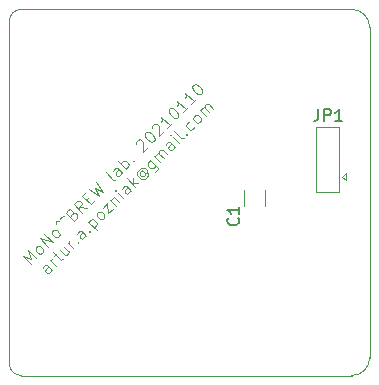
<source format=gbr>
G04 #@! TF.GenerationSoftware,KiCad,Pcbnew,5.1.9*
G04 #@! TF.CreationDate,2021-01-10T02:38:05+01:00*
G04 #@! TF.ProjectId,pressureSensorHolder,70726573-7375-4726-9553-656e736f7248,rev?*
G04 #@! TF.SameCoordinates,PX4dab598PY46b8d58*
G04 #@! TF.FileFunction,Legend,Top*
G04 #@! TF.FilePolarity,Positive*
%FSLAX46Y46*%
G04 Gerber Fmt 4.6, Leading zero omitted, Abs format (unit mm)*
G04 Created by KiCad (PCBNEW 5.1.9) date 2021-01-10 02:38:05*
%MOMM*%
%LPD*%
G01*
G04 APERTURE LIST*
%ADD10C,0.100000*%
G04 #@! TA.AperFunction,Profile*
%ADD11C,0.050000*%
G04 #@! TD*
%ADD12C,0.120000*%
%ADD13C,0.150000*%
G04 APERTURE END LIST*
D10*
X48329426Y-15550966D02*
X47622319Y-14843859D01*
X48363098Y-15113233D01*
X48093724Y-14372455D01*
X48800831Y-15079562D01*
X49238563Y-14641829D02*
X49137548Y-14675501D01*
X49070205Y-14675501D01*
X48969189Y-14641829D01*
X48767159Y-14439798D01*
X48733487Y-14338783D01*
X48733487Y-14271440D01*
X48767159Y-14170424D01*
X48868174Y-14069409D01*
X48969189Y-14035737D01*
X49036533Y-14035737D01*
X49137548Y-14069409D01*
X49339579Y-14271440D01*
X49373250Y-14372455D01*
X49373250Y-14439798D01*
X49339579Y-14540814D01*
X49238563Y-14641829D01*
X49777311Y-14103081D02*
X49070205Y-13395974D01*
X50181372Y-13699020D01*
X49474266Y-12991913D01*
X50619105Y-13261287D02*
X50518090Y-13294959D01*
X50450746Y-13294959D01*
X50349731Y-13261287D01*
X50147701Y-13059257D01*
X50114029Y-12958241D01*
X50114029Y-12890898D01*
X50147701Y-12789883D01*
X50248716Y-12688867D01*
X50349731Y-12655196D01*
X50417075Y-12655196D01*
X50518090Y-12688867D01*
X50720120Y-12890898D01*
X50753792Y-12991913D01*
X50753792Y-13059257D01*
X50720120Y-13160272D01*
X50619105Y-13261287D01*
X50417075Y-12183791D02*
X50450746Y-11948089D01*
X50686449Y-11914417D01*
X50821136Y-11779730D02*
X50854807Y-11544028D01*
X51090510Y-11510356D01*
X51831288Y-11308326D02*
X51965975Y-11240982D01*
X52033319Y-11240982D01*
X52134334Y-11274654D01*
X52235349Y-11375669D01*
X52269021Y-11476684D01*
X52269021Y-11544028D01*
X52235349Y-11645043D01*
X51965975Y-11914417D01*
X51258868Y-11207310D01*
X51494571Y-10971608D01*
X51595586Y-10937936D01*
X51662929Y-10937936D01*
X51763945Y-10971608D01*
X51831288Y-11038952D01*
X51864960Y-11139967D01*
X51864960Y-11207310D01*
X51831288Y-11308326D01*
X51595586Y-11544028D01*
X53077143Y-10803249D02*
X52504723Y-10702234D01*
X52673082Y-11207310D02*
X51965975Y-10500203D01*
X52235349Y-10230829D01*
X52336364Y-10197158D01*
X52403708Y-10197158D01*
X52504723Y-10230829D01*
X52605739Y-10331845D01*
X52639410Y-10432860D01*
X52639410Y-10500203D01*
X52605739Y-10601219D01*
X52336364Y-10870593D01*
X53009800Y-10129814D02*
X53245502Y-9894112D01*
X53716906Y-10163486D02*
X53380189Y-10500203D01*
X52673082Y-9793097D01*
X53009800Y-9456379D01*
X53245502Y-9220677D02*
X54120967Y-9759425D01*
X53750578Y-9119662D01*
X54390341Y-9490051D01*
X53851593Y-8614585D01*
X55467837Y-8412555D02*
X55366822Y-8446227D01*
X55265807Y-8412555D01*
X54659715Y-7806463D01*
X56040257Y-7840135D02*
X55669868Y-7469746D01*
X55568853Y-7436074D01*
X55467837Y-7469746D01*
X55333150Y-7604433D01*
X55299479Y-7705448D01*
X56006585Y-7806463D02*
X55972914Y-7907479D01*
X55804555Y-8075837D01*
X55703540Y-8109509D01*
X55602524Y-8075837D01*
X55535181Y-8008494D01*
X55501509Y-7907479D01*
X55535181Y-7806463D01*
X55703540Y-7638105D01*
X55737211Y-7537089D01*
X56376975Y-7503418D02*
X55669868Y-6796311D01*
X55939242Y-7065685D02*
X55972914Y-6964670D01*
X56107601Y-6829983D01*
X56208616Y-6796311D01*
X56275959Y-6796311D01*
X56376975Y-6829983D01*
X56579005Y-7032013D01*
X56612677Y-7133028D01*
X56612677Y-7200372D01*
X56579005Y-7301387D01*
X56444318Y-7436074D01*
X56343303Y-7469746D01*
X56949394Y-6796311D02*
X57016738Y-6796311D01*
X57016738Y-6863654D01*
X56949394Y-6863654D01*
X56949394Y-6796311D01*
X57016738Y-6863654D01*
X57218768Y-5382097D02*
X57218768Y-5314754D01*
X57252440Y-5213739D01*
X57420799Y-5045380D01*
X57521814Y-5011708D01*
X57589158Y-5011708D01*
X57690173Y-5045380D01*
X57757516Y-5112723D01*
X57824860Y-5247410D01*
X57824860Y-6055532D01*
X58262593Y-5617800D01*
X57993219Y-4472960D02*
X58060562Y-4405616D01*
X58161578Y-4371945D01*
X58228921Y-4371945D01*
X58329936Y-4405616D01*
X58498295Y-4506632D01*
X58666654Y-4674990D01*
X58767669Y-4843349D01*
X58801341Y-4944364D01*
X58801341Y-5011708D01*
X58767669Y-5112723D01*
X58700326Y-5180067D01*
X58599310Y-5213739D01*
X58531967Y-5213739D01*
X58430952Y-5180067D01*
X58262593Y-5079051D01*
X58094234Y-4910693D01*
X57993219Y-4742334D01*
X57959547Y-4641319D01*
X57959547Y-4573975D01*
X57993219Y-4472960D01*
X58565639Y-4035227D02*
X58565639Y-3967884D01*
X58599310Y-3866868D01*
X58767669Y-3698510D01*
X58868684Y-3664838D01*
X58936028Y-3664838D01*
X59037043Y-3698510D01*
X59104387Y-3765853D01*
X59171730Y-3900540D01*
X59171730Y-4708662D01*
X59609463Y-4270929D01*
X60282898Y-3597494D02*
X59878837Y-4001555D01*
X60080867Y-3799525D02*
X59373761Y-3092418D01*
X59407432Y-3260777D01*
X59407432Y-3395464D01*
X59373761Y-3496479D01*
X60013524Y-2452655D02*
X60080867Y-2385311D01*
X60181883Y-2351640D01*
X60249226Y-2351640D01*
X60350241Y-2385311D01*
X60518600Y-2486327D01*
X60686959Y-2654685D01*
X60787974Y-2823044D01*
X60821646Y-2924059D01*
X60821646Y-2991403D01*
X60787974Y-3092418D01*
X60720631Y-3159762D01*
X60619615Y-3193433D01*
X60552272Y-3193433D01*
X60451257Y-3159762D01*
X60282898Y-3058746D01*
X60114539Y-2890388D01*
X60013524Y-2722029D01*
X59979852Y-2621014D01*
X59979852Y-2553670D01*
X60013524Y-2452655D01*
X61629768Y-2250624D02*
X61225707Y-2654685D01*
X61427737Y-2452655D02*
X60720631Y-1745548D01*
X60754302Y-1913907D01*
X60754302Y-2048594D01*
X60720631Y-2149609D01*
X62303203Y-1577189D02*
X61899142Y-1981250D01*
X62101172Y-1779220D02*
X61394066Y-1072113D01*
X61427737Y-1240472D01*
X61427737Y-1375159D01*
X61394066Y-1476174D01*
X62033829Y-432350D02*
X62101172Y-365006D01*
X62202188Y-331335D01*
X62269531Y-331335D01*
X62370546Y-365006D01*
X62538905Y-466022D01*
X62707264Y-634380D01*
X62808279Y-802739D01*
X62841951Y-903754D01*
X62841951Y-971098D01*
X62808279Y-1072113D01*
X62740936Y-1139457D01*
X62639920Y-1173128D01*
X62572577Y-1173128D01*
X62471562Y-1139457D01*
X62303203Y-1038441D01*
X62134844Y-870083D01*
X62033829Y-701724D01*
X62000157Y-600709D01*
X62000157Y-533365D01*
X62033829Y-432350D01*
X50100560Y-16042574D02*
X49730171Y-15672185D01*
X49629156Y-15638513D01*
X49528141Y-15672185D01*
X49393454Y-15806872D01*
X49359782Y-15907887D01*
X50066889Y-16008902D02*
X50033217Y-16109917D01*
X49864858Y-16278276D01*
X49763843Y-16311948D01*
X49662828Y-16278276D01*
X49595484Y-16210933D01*
X49561812Y-16109917D01*
X49595484Y-16008902D01*
X49763843Y-15840543D01*
X49797515Y-15739528D01*
X50437278Y-15705856D02*
X49965873Y-15234452D01*
X50100560Y-15369139D02*
X50066889Y-15268124D01*
X50066889Y-15200780D01*
X50100560Y-15099765D01*
X50167904Y-15032421D01*
X50302591Y-14897734D02*
X50571965Y-14628360D01*
X50167904Y-14561017D02*
X50773995Y-15167108D01*
X50875011Y-15200780D01*
X50976026Y-15167108D01*
X51043369Y-15099765D01*
X51110713Y-14089612D02*
X51582117Y-14561017D01*
X50807667Y-14392658D02*
X51178056Y-14763047D01*
X51279072Y-14796719D01*
X51380087Y-14763047D01*
X51481102Y-14662032D01*
X51514774Y-14561017D01*
X51514774Y-14493673D01*
X51918835Y-14224299D02*
X51447430Y-13752895D01*
X51582117Y-13887582D02*
X51548446Y-13786567D01*
X51548446Y-13719223D01*
X51582117Y-13618208D01*
X51649461Y-13550864D01*
X52289224Y-13719223D02*
X52356568Y-13719223D01*
X52356568Y-13786567D01*
X52289224Y-13786567D01*
X52289224Y-13719223D01*
X52356568Y-13786567D01*
X52996331Y-13146803D02*
X52625942Y-12776414D01*
X52524926Y-12742742D01*
X52423911Y-12776414D01*
X52289224Y-12911101D01*
X52255552Y-13012116D01*
X52962659Y-13113132D02*
X52928987Y-13214147D01*
X52760629Y-13382506D01*
X52659613Y-13416177D01*
X52558598Y-13382506D01*
X52491255Y-13315162D01*
X52457583Y-13214147D01*
X52491255Y-13113132D01*
X52659613Y-12944773D01*
X52693285Y-12843758D01*
X53265705Y-12742742D02*
X53333048Y-12742742D01*
X53333048Y-12810086D01*
X53265705Y-12810086D01*
X53265705Y-12742742D01*
X53333048Y-12810086D01*
X53198361Y-12001964D02*
X53905468Y-12709071D01*
X53232033Y-12035636D02*
X53265705Y-11934620D01*
X53400392Y-11799933D01*
X53501407Y-11766261D01*
X53568751Y-11766261D01*
X53669766Y-11799933D01*
X53871797Y-12001964D01*
X53905468Y-12102979D01*
X53905468Y-12170323D01*
X53871797Y-12271338D01*
X53737110Y-12406025D01*
X53636094Y-12439697D01*
X54410545Y-11732590D02*
X54309529Y-11766261D01*
X54242186Y-11766261D01*
X54141171Y-11732590D01*
X53939140Y-11530559D01*
X53905468Y-11429544D01*
X53905468Y-11362200D01*
X53939140Y-11261185D01*
X54040155Y-11160170D01*
X54141171Y-11126498D01*
X54208514Y-11126498D01*
X54309529Y-11160170D01*
X54511560Y-11362200D01*
X54545232Y-11463216D01*
X54545232Y-11530559D01*
X54511560Y-11631574D01*
X54410545Y-11732590D01*
X54410545Y-10789781D02*
X54780934Y-10419391D01*
X54881949Y-11261185D01*
X55252338Y-10890796D01*
X55050308Y-10150017D02*
X55521712Y-10621422D01*
X55117651Y-10217361D02*
X55117651Y-10150017D01*
X55151323Y-10049002D01*
X55252338Y-9947987D01*
X55353354Y-9914315D01*
X55454369Y-9947987D01*
X55824758Y-10318376D01*
X56161476Y-9981659D02*
X55690071Y-9510254D01*
X55454369Y-9274552D02*
X55454369Y-9341895D01*
X55521712Y-9341895D01*
X55521712Y-9274552D01*
X55454369Y-9274552D01*
X55521712Y-9341895D01*
X56801239Y-9341895D02*
X56430850Y-8971506D01*
X56329834Y-8937834D01*
X56228819Y-8971506D01*
X56094132Y-9106193D01*
X56060460Y-9207208D01*
X56767567Y-9308224D02*
X56733895Y-9409239D01*
X56565537Y-9577598D01*
X56464521Y-9611269D01*
X56363506Y-9577598D01*
X56296163Y-9510254D01*
X56262491Y-9409239D01*
X56296163Y-9308224D01*
X56464521Y-9139865D01*
X56498193Y-9038850D01*
X57137956Y-9005178D02*
X56430850Y-8298071D01*
X56935926Y-8668460D02*
X57407330Y-8735804D01*
X56935926Y-8264399D02*
X56935926Y-8803147D01*
X57811391Y-7658308D02*
X57744048Y-7658308D01*
X57643033Y-7691980D01*
X57575689Y-7759323D01*
X57542017Y-7860338D01*
X57542017Y-7927682D01*
X57575689Y-8028697D01*
X57643033Y-8096041D01*
X57744048Y-8129712D01*
X57811391Y-8129712D01*
X57912407Y-8096041D01*
X57979750Y-8028697D01*
X58013422Y-7927682D01*
X58013422Y-7860338D01*
X57744048Y-7590964D02*
X58013422Y-7860338D01*
X58080765Y-7860338D01*
X58114437Y-7826667D01*
X58148109Y-7725651D01*
X58114437Y-7624636D01*
X57946078Y-7456277D01*
X57777720Y-7422606D01*
X57609361Y-7456277D01*
X57441002Y-7557293D01*
X57339987Y-7725651D01*
X57306315Y-7894010D01*
X57339987Y-8062369D01*
X57441002Y-8230728D01*
X57609361Y-8331743D01*
X57777720Y-8365415D01*
X57946078Y-8331743D01*
X58114437Y-8230728D01*
X58215452Y-8062369D01*
X58249124Y-7894010D01*
X58451155Y-6749171D02*
X59023574Y-7321590D01*
X59057246Y-7422606D01*
X59057246Y-7489949D01*
X59023574Y-7590964D01*
X58922559Y-7691980D01*
X58821544Y-7725651D01*
X58888887Y-7186903D02*
X58855216Y-7287919D01*
X58720529Y-7422606D01*
X58619513Y-7456277D01*
X58552170Y-7456277D01*
X58451155Y-7422606D01*
X58249124Y-7220575D01*
X58215452Y-7119560D01*
X58215452Y-7052216D01*
X58249124Y-6951201D01*
X58383811Y-6816514D01*
X58484826Y-6782842D01*
X59259277Y-6883858D02*
X58787872Y-6412453D01*
X58855216Y-6479797D02*
X58855216Y-6412453D01*
X58888887Y-6311438D01*
X58989903Y-6210422D01*
X59090918Y-6176751D01*
X59191933Y-6210422D01*
X59562323Y-6580812D01*
X59191933Y-6210422D02*
X59158261Y-6109407D01*
X59191933Y-6008392D01*
X59292949Y-5907377D01*
X59393964Y-5873705D01*
X59494979Y-5907377D01*
X59865368Y-6277766D01*
X60505132Y-5638003D02*
X60134742Y-5267613D01*
X60033727Y-5233942D01*
X59932712Y-5267613D01*
X59798025Y-5402300D01*
X59764353Y-5503316D01*
X60471460Y-5604331D02*
X60437788Y-5705346D01*
X60269429Y-5873705D01*
X60168414Y-5907377D01*
X60067399Y-5873705D01*
X60000055Y-5806361D01*
X59966384Y-5705346D01*
X60000055Y-5604331D01*
X60168414Y-5435972D01*
X60202086Y-5334957D01*
X60841849Y-5301285D02*
X60370445Y-4829881D01*
X60134742Y-4594178D02*
X60134742Y-4661522D01*
X60202086Y-4661522D01*
X60202086Y-4594178D01*
X60134742Y-4594178D01*
X60202086Y-4661522D01*
X61279582Y-4863552D02*
X61178567Y-4897224D01*
X61077551Y-4863552D01*
X60471460Y-4257461D01*
X61481612Y-4526835D02*
X61548956Y-4526835D01*
X61548956Y-4594178D01*
X61481612Y-4594178D01*
X61481612Y-4526835D01*
X61548956Y-4594178D01*
X62155047Y-3920743D02*
X62121376Y-4021759D01*
X61986689Y-4156446D01*
X61885673Y-4190117D01*
X61818330Y-4190117D01*
X61717315Y-4156446D01*
X61515284Y-3954415D01*
X61481612Y-3853400D01*
X61481612Y-3786056D01*
X61515284Y-3685041D01*
X61649971Y-3550354D01*
X61750986Y-3516682D01*
X62592780Y-3550354D02*
X62491765Y-3584026D01*
X62424421Y-3584026D01*
X62323406Y-3550354D01*
X62121376Y-3348324D01*
X62087704Y-3247308D01*
X62087704Y-3179965D01*
X62121376Y-3078950D01*
X62222391Y-2977934D01*
X62323406Y-2944263D01*
X62390750Y-2944263D01*
X62491765Y-2977934D01*
X62693795Y-3179965D01*
X62727467Y-3280980D01*
X62727467Y-3348324D01*
X62693795Y-3449339D01*
X62592780Y-3550354D01*
X63131528Y-3011606D02*
X62660124Y-2540202D01*
X62727467Y-2607545D02*
X62727467Y-2540202D01*
X62761139Y-2439186D01*
X62862154Y-2338171D01*
X62963169Y-2304499D01*
X63064185Y-2338171D01*
X63434574Y-2708560D01*
X63064185Y-2338171D02*
X63030513Y-2237156D01*
X63064185Y-2136141D01*
X63165200Y-2035125D01*
X63266215Y-2001454D01*
X63367230Y-2035125D01*
X63737620Y-2405515D01*
D11*
X47500000Y-25000000D02*
G75*
G02*
X46500000Y-24000000I0J1000000D01*
G01*
X46500000Y5000000D02*
G75*
G02*
X47500000Y6000000I1000000J0D01*
G01*
X77000000Y-23500000D02*
G75*
G02*
X75500000Y-25000000I-1500000J0D01*
G01*
X75500000Y6000000D02*
G75*
G02*
X77000000Y4500000I0J-1500000D01*
G01*
X77000000Y-23500000D02*
X77000000Y4500000D01*
X47500000Y-25000000D02*
X75500000Y-25000000D01*
X46500000Y5000000D02*
X46500000Y-24000000D01*
X75500000Y6000000D02*
X47500000Y6000000D01*
D12*
X72500000Y-9500000D02*
X72500000Y-4000000D01*
X72500000Y-4000000D02*
X74450000Y-4000000D01*
X74450000Y-4000000D02*
X74450000Y-9500000D01*
X74450000Y-9500000D02*
X72500000Y-9500000D01*
X74700000Y-8150000D02*
X75000000Y-8450000D01*
X75000000Y-8450000D02*
X75000000Y-7850000D01*
X75000000Y-7850000D02*
X74700000Y-8150000D01*
X68160000Y-9263748D02*
X68160000Y-10686252D01*
X66340000Y-9263748D02*
X66340000Y-10686252D01*
D13*
X72666666Y-2452380D02*
X72666666Y-3166666D01*
X72619047Y-3309523D01*
X72523809Y-3404761D01*
X72380952Y-3452380D01*
X72285714Y-3452380D01*
X73142857Y-3452380D02*
X73142857Y-2452380D01*
X73523809Y-2452380D01*
X73619047Y-2500000D01*
X73666666Y-2547619D01*
X73714285Y-2642857D01*
X73714285Y-2785714D01*
X73666666Y-2880952D01*
X73619047Y-2928571D01*
X73523809Y-2976190D01*
X73142857Y-2976190D01*
X74666666Y-3452380D02*
X74095238Y-3452380D01*
X74380952Y-3452380D02*
X74380952Y-2452380D01*
X74285714Y-2595238D01*
X74190476Y-2690476D01*
X74095238Y-2738095D01*
X65857142Y-11666666D02*
X65904761Y-11714285D01*
X65952380Y-11857142D01*
X65952380Y-11952380D01*
X65904761Y-12095238D01*
X65809523Y-12190476D01*
X65714285Y-12238095D01*
X65523809Y-12285714D01*
X65380952Y-12285714D01*
X65190476Y-12238095D01*
X65095238Y-12190476D01*
X65000000Y-12095238D01*
X64952380Y-11952380D01*
X64952380Y-11857142D01*
X65000000Y-11714285D01*
X65047619Y-11666666D01*
X65952380Y-10714285D02*
X65952380Y-11285714D01*
X65952380Y-11000000D02*
X64952380Y-11000000D01*
X65095238Y-11095238D01*
X65190476Y-11190476D01*
X65238095Y-11285714D01*
M02*

</source>
